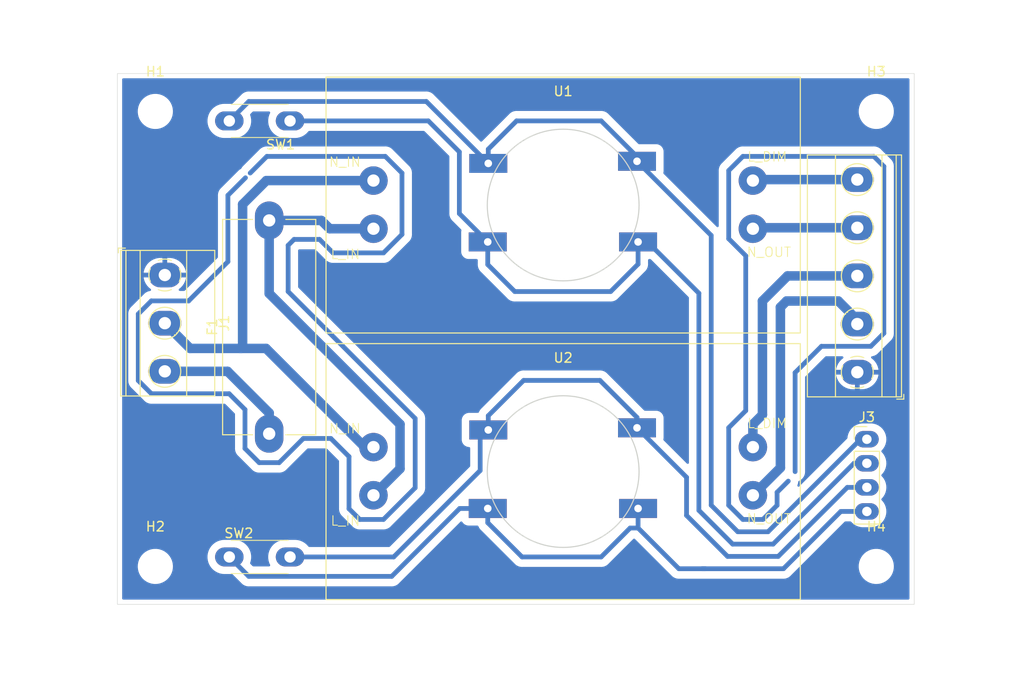
<source format=kicad_pcb>
(kicad_pcb (version 20221018) (generator pcbnew)
  (layers (0 "F.Cu" signal) (31 "B.Cu" signal) (34 "B.Paste" user) (35 "F.Paste" user) (36 "B.SilkS" user "B.Silkscreen") (37 "F.SilkS" user "F.Silkscreen") (38 "B.Mask" user) (39 "F.Mask" user) (44 "Edge.Cuts" user))
  (net 0 "")
  (net 1 "N")
  (net 2 "Earth")
  (net 3 "L")
  (net 4 "L_Prefuse")
  (net 5 "N_OUT2")
  (net 6 "L_OUT2")
  (net 7 "N_OUT1")
  (net 8 "Switch_A1")
  (net 9 "Switch_B1")
  (net 10 "Switch_A2")
  (net 11 "Switch_B2")
  (net 12 "L_OUT1")
  (footprint "dimmer:dimmer" (layer "F.Cu") (at 98.994 68.874)
    (fp_text reference "U1" (at 0 -12 unlocked) (layer "F.SilkS"))
    (fp_text value "~")
    (fp_text user "L_IN" (at -24.577585 5.782961 unlocked) (layer "F.SilkS") (effects (font (thickness 0.1)) (justify left bottom)))
    (fp_text user "N_IN" (at -24.744401 -3.947983 unlocked) (layer "F.SilkS") (effects (font (thickness 0.1)) (justify left bottom)))
    (fp_text user "L_DIM" (at 19.350678 -4.504037 unlocked) (layer "F.SilkS") (effects (font (thickness 0.1)) (justify left bottom)))
    (fp_text user "N_OUT" (at 19.295072 5.560539 unlocked) (layer "F.SilkS") (effects (font (thickness 0.1)) (justify left bottom)))
    (fp_rect (start -25 -13.5) (end 25 13.5) (stroke (width 0.12)) (fill none) (layer "F.SilkS"))
    (fp_circle (center 0 0) (end 0 -8) (stroke (width 0.12)) (fill none) (layer "Edge.Cuts"))
    (pad "1" thru_hole circle (at -20 2.5 90) (size 3 3) (drill 1.3) (layers "*.Cu" "*.Mask") (net 3 "L"))
    (pad "2" thru_hole circle (at -20 -2.58 90) (size 3 3) (drill 1.3) (layers "*.Cu" "*.Mask") (net 1 "N"))
    (pad "3" thru_hole circle (at 20 -2.58 90) (size 3 3) (drill 1.3) (layers "*.Cu" "*.Mask") (net 12 "L_OUT1"))
    (pad "4" thru_hole circle (at 20 2.5 90) (size 3 3) (drill 1.3) (layers "*.Cu" "*.Mask") (net 7 "N_OUT1"))
    (pad "5" thru_hole rect (at -7.895966 -4.392826) (size 4 2) (drill 0.8) (layers "*.Cu" "*.Mask") (net 8 "Switch_A1"))
    (pad "5" thru_hole rect (at 7.784755 -4.615247) (size 4 2) (drill 0.8) (layers "*.Cu" "*.Mask") (net 8 "Switch_A1"))
    (pad "6" thru_hole rect (at -7.951571 3.892377) (size 4 2) (drill 0.8) (layers "*.Cu" "*.Mask") (net 9 "Switch_B1"))
    (pad "6" thru_hole rect (at 7.895966 3.892377) (size 4 2) (drill 0.8) (layers "*.Cu" "*.Mask") (net 9 "Switch_B1"))
  )
  (footprint "pts636:pts636" (layer "F.Cu") (at 70.2 60 180)
    (fp_text reference "SW1" (at 1 -2.5) (layer "F.SilkS"))
    (fp_text value "SW_Push" hide)
    (fp_line (start 0.2 -1.75) (end 6.2 -1.75) (stroke (width 0.1)) (layer "F.SilkS"))
    (fp_line (start 0.2 1.75) (end 6.2 1.75) (stroke (width 0.1)) (layer "F.SilkS"))
    (pad "1" thru_hole oval (at 0 0 180) (size 3 2) (drill 1.2) (layers "*.Cu" "*.Mask") (net 9 "Switch_B1"))
    (pad "2" thru_hole oval (at 6.4 0 180) (size 3 2) (drill 1.2) (layers "*.Cu" "*.Mask") (net 8 "Switch_A1"))
  )
  (footprint "Fuse:Fuseholder_Cylinder-5x20mm_Schurter_0031_8201_Horizontal_Open" (layer "F.Cu") (at 68 93 90)
    (fp_text reference "F1" (at 11.25 -6 90) (layer "F.SilkS"))
    (fp_text value "Fuse")
    (fp_line (start -0.11 -4.91) (end 22.61 -4.91) (stroke (width 0.12)) (layer "F.SilkS"))
    (fp_line (start -0.11 -1.75) (end -0.11 -4.91) (stroke (width 0.12)) (layer "F.SilkS"))
    (fp_line (start -0.11 4.91) (end -0.11 1.75) (stroke (width 0.12)) (layer "F.SilkS"))
    (fp_line (start -0.11 4.91) (end 22.61 4.91) (stroke (width 0.12)) (layer "F.SilkS"))
    (fp_line (start 22.61 -1.75) (end 22.61 -4.91) (stroke (width 0.12)) (layer "F.SilkS"))
    (fp_line (start 22.61 4.91) (end 22.61 1.75) (stroke (width 0.12)) (layer "F.SilkS"))
    (pad "" np_thru_hole circle (at 11.25 0 90) (size 2.7 2.7) (drill 2.7) (layers "*.Cu" "*.Mask"))
    (pad "1" thru_hole oval (at 0 0 90) (size 4 3) (drill 1.3) (layers "*.Cu" "*.Mask") (net 4 "L_Prefuse"))
    (pad "2" thru_hole oval (at 22.5 0 90) (size 4 3) (drill 1.3) (layers "*.Cu" "*.Mask") (net 3 "L"))
  )
  (footprint "TerminalBlock_Phoenix:TerminalBlock_Phoenix_MKDS-1,5-5-5.08_1x05_P5.08mm_Horizontal" (layer "F.Cu") (at 130 86.51 90)
    (fp_text reference "J2" hide)
    (fp_text value "Screw_Terminal_01x05")
    (fp_line (start -2.84 4.16) (end -2.84 4.9) (stroke (width 0.12)) (layer "F.SilkS"))
    (fp_line (start -2.84 4.9) (end -2.34 4.9) (stroke (width 0.12)) (layer "F.SilkS"))
    (fp_line (start -2.6 -5.261) (end -2.6 4.66) (stroke (width 0.12)) (layer "F.SilkS"))
    (fp_line (start -2.6 -5.261) (end 22.92 -5.261) (stroke (width 0.12)) (layer "F.SilkS"))
    (fp_line (start -2.6 -2.301) (end 22.92 -2.301) (stroke (width 0.12)) (layer "F.SilkS"))
    (fp_line (start -2.6 2.6) (end 22.92 2.6) (stroke (width 0.12)) (layer "F.SilkS"))
    (fp_line (start -2.6 4.1) (end 22.92 4.1) (stroke (width 0.12)) (layer "F.SilkS"))
    (fp_line (start -2.6 4.66) (end 22.92 4.66) (stroke (width 0.12)) (layer "F.SilkS"))
    (fp_line (start 3.853 1.023) (end 3.806 1.069) (stroke (width 0.12)) (layer "F.SilkS"))
    (fp_line (start 4.046 1.239) (end 4.011 1.274) (stroke (width 0.12)) (layer "F.SilkS"))
    (fp_line (start 6.15 -1.275) (end 6.115 -1.239) (stroke (width 0.12)) (layer "F.SilkS"))
    (fp_line (start 6.355 -1.069) (end 6.308 -1.023) (stroke (width 0.12)) (layer "F.SilkS"))
    (fp_line (start 8.933 1.023) (end 8.886 1.069) (stroke (width 0.12)) (layer "F.SilkS"))
    (fp_line (start 9.126 1.239) (end 9.091 1.274) (stroke (width 0.12)) (layer "F.SilkS"))
    (fp_line (start 11.23 -1.275) (end 11.195 -1.239) (stroke (width 0.12)) (layer "F.SilkS"))
    (fp_line (start 11.435 -1.069) (end 11.388 -1.023) (stroke (width 0.12)) (layer "F.SilkS"))
    (fp_line (start 14.013 1.023) (end 13.966 1.069) (stroke (width 0.12)) (layer "F.SilkS"))
    (fp_line (start 14.206 1.239) (end 14.171 1.274) (stroke (width 0.12)) (layer "F.SilkS"))
    (fp_line (start 16.31 -1.275) (end 16.275 -1.239) (stroke (width 0.12)) (layer "F.SilkS"))
    (fp_line (start 16.515 -1.069) (end 16.468 -1.023) (stroke (width 0.12)) (layer "F.SilkS"))
    (fp_line (start 19.093 1.023) (end 19.046 1.069) (stroke (width 0.12)) (layer "F.SilkS"))
    (fp_line (start 19.286 1.239) (end 19.251 1.274) (stroke (width 0.12)) (layer "F.SilkS"))
    (fp_line (start 21.39 -1.275) (end 21.355 -1.239) (stroke (width 0.12)) (layer "F.SilkS"))
    (fp_line (start 21.595 -1.069) (end 21.548 -1.023) (stroke (width 0.12)) (layer "F.SilkS"))
    (fp_line (start 22.92 -5.261) (end 22.92 4.66) (stroke (width 0.12)) (layer "F.SilkS"))
    (fp_arc (start -1.535427 0.683042) (mid -1.680501 -0.000524) (end -1.535 -0.684) (stroke (width 0.12)) (layer "F.SilkS"))
    (fp_arc (start -0.683042 -1.535427) (mid 0.000524 -1.680501) (end 0.684 -1.535) (stroke (width 0.12)) (layer "F.SilkS"))
    (fp_arc (start 0.028805 1.680253) (mid -0.335551 1.646659) (end -0.684 1.535) (stroke (width 0.12)) (layer "F.SilkS"))
    (fp_arc (start 0.683318 1.534756) (mid 0.349292 1.643288) (end 0 1.68) (stroke (width 0.12)) (layer "F.SilkS"))
    (fp_arc (start 1.535427 -0.683042) (mid 1.680501 0.000524) (end 1.535 0.684) (stroke (width 0.12)) (layer "F.SilkS"))
    (fp_circle (center 5.08 0) (end 6.76 0) (stroke (width 0.12)) (fill none) (layer "F.SilkS"))
    (fp_circle (center 10.16 0) (end 11.84 0) (stroke (width 0.12)) (fill none) (layer "F.SilkS"))
    (fp_circle (center 15.24 0) (end 16.92 0) (stroke (width 0.12)) (fill none) (layer "F.SilkS"))
    (fp_circle (center 20.32 0) (end 22 0) (stroke (width 0.12)) (fill none) (layer "F.SilkS"))
    (pad "1" thru_hole oval (at 0 0 90) (size 2.6 3.5) (drill 1.3) (layers "*.Cu" "*.Mask") (net 2 "Earth"))
    (pad "2" thru_hole oval (at 5.08 0 90) (size 2.6 3.5) (drill 1.3) (layers "*.Cu" "*.Mask") (net 5 "N_OUT2"))
    (pad "3" thru_hole oval (at 10.16 0 90) (size 2.6 3.5) (drill 1.3) (layers "*.Cu" "*.Mask") (net 6 "L_OUT2"))
    (pad "4" thru_hole oval (at 15.24 0 90) (size 2.6 3.5) (drill 1.3) (layers "*.Cu" "*.Mask") (net 7 "N_OUT1"))
    (pad "5" thru_hole oval (at 20.32 0 90) (size 2.6 3.5) (drill 1.3) (layers "*.Cu" "*.Mask") (net 12 "L_OUT1"))
  )
  (footprint "dimmer:dimmer" (layer "F.Cu") (at 98.994 96.994)
    (fp_text reference "U2" (at 0 -12 unlocked) (layer "F.SilkS"))
    (fp_text value "~")
    (fp_text user "N_OUT" (at 19.295072 5.560539 unlocked) (layer "F.SilkS") (effects (font (thickness 0.1)) (justify left bottom)))
    (fp_text user "L_DIM" (at 19.350678 -4.504037 unlocked) (layer "F.SilkS") (effects (font (thickness 0.1)) (justify left bottom)))
    (fp_text user "N_IN" (at -24.744401 -3.947983 unlocked) (layer "F.SilkS") (effects (font (thickness 0.1)) (justify left bottom)))
    (fp_text user "L_IN" (at -24.577585 5.782961 unlocked) (layer "F.SilkS") (effects (font (thickness 0.1)) (justify left bottom)))
    (fp_rect (start -25 -13.5) (end 25 13.5) (stroke (width 0.12)) (fill none) (layer "F.SilkS"))
    (fp_circle (center 0 0) (end 0 -8) (stroke (width 0.12)) (fill none) (layer "Edge.Cuts"))
    (pad "1" thru_hole circle (at -20 2.5 90) (size 3 3) (drill 1.3) (layers "*.Cu" "*.Mask") (net 3 "L"))
    (pad "2" thru_hole circle (at -20 -2.58 90) (size 3 3) (drill 1.3) (layers "*.Cu" "*.Mask") (net 1 "N"))
    (pad "3" thru_hole circle (at 20 -2.58 90) (size 3 3) (drill 1.3) (layers "*.Cu" "*.Mask") (net 6 "L_OUT2"))
    (pad "4" thru_hole circle (at 20 2.5 90) (size 3 3) (drill 1.3) (layers "*.Cu" "*.Mask") (net 5 "N_OUT2"))
    (pad "5" thru_hole rect (at -7.895966 -4.392826) (size 4 2) (drill 0.8) (layers "*.Cu" "*.Mask") (net 10 "Switch_A2"))
    (pad "5" thru_hole rect (at 7.784755 -4.615247) (size 4 2) (drill 0.8) (layers "*.Cu" "*.Mask") (net 10 "Switch_A2"))
    (pad "6" thru_hole rect (at -7.951571 3.892377) (size 4 2) (drill 0.8) (layers "*.Cu" "*.Mask") (net 11 "Switch_B2"))
    (pad "6" thru_hole rect (at 7.895966 3.892377) (size 4 2) (drill 0.8) (layers "*.Cu" "*.Mask") (net 11 "Switch_B2"))
  )
  (footprint "MountingHole:MountingHole_3.2mm_M3" (layer "F.Cu") (at 132 107)
    (fp_text reference "H4" (at 0 -4.2) (layer "F.SilkS"))
    (fp_text value "MountingHole")
    (pad "" np_thru_hole circle (at 0 0) (size 3.2 3.2) (drill 3.2) (layers "*.Cu" "*.Mask"))
  )
  (footprint "MountingHole:MountingHole_3.2mm_M3" (layer "F.Cu") (at 132 59)
    (fp_text reference "H3" (at 0 -4.2) (layer "F.SilkS"))
    (fp_text value "MountingHole")
    (pad "" np_thru_hole circle (at 0 0) (size 3.2 3.2) (drill 3.2) (layers "*.Cu" "*.Mask"))
  )
  (footprint "Connector_PinHeader_2.54mm:PinHeader_1x04_P2.54mm_Vertical" (layer "F.Cu") (at 131.008824 93.579929)
    (fp_text reference "J3" (at 0 -2.33) (layer "F.SilkS"))
    (fp_text value "Conn_01x04")
    (fp_line (start -1.33 -1.33) (end 0 -1.33) (stroke (width 0.12)) (layer "F.SilkS"))
    (fp_line (start -1.33 0) (end -1.33 -1.33) (stroke (width 0.12)) (layer "F.SilkS"))
    (fp_line (start -1.33 1.27) (end -1.33 8.95) (stroke (width 0.12)) (layer "F.SilkS"))
    (fp_line (start -1.33 1.27) (end 1.33 1.27) (stroke (width 0.12)) (layer "F.SilkS"))
    (fp_line (start -1.33 8.95) (end 1.33 8.95) (stroke (width 0.12)) (layer "F.SilkS"))
    (fp_line (start 1.33 1.27) (end 1.33 8.95) (stroke (width 0.12)) (layer "F.SilkS"))
    (pad "1" thru_hole oval (at 0 0) (size 2.5 1.73) (drill 1) (layers "*.Cu" "*.Mask") (net 8 "Switch_A1"))
    (pad "2" thru_hole oval (at 0 2.54) (size 2.5 1.73) (drill 1) (layers "*.Cu" "*.Mask") (net 9 "Switch_B1"))
    (pad "3" thru_hole oval (at 0 5.08) (size 2.5 1.73) (drill 1) (layers "*.Cu" "*.Mask") (net 10 "Switch_A2"))
    (pad "4" thru_hole oval (at 0 7.62) (size 2.5 1.73) (drill 1) (layers "*.Cu" "*.Mask") (net 11 "Switch_B2"))
  )
  (footprint "MountingHole:MountingHole_3.2mm_M3" (layer "F.Cu") (at 56 59)
    (fp_text reference "H1" (at 0 -4.2) (layer "F.SilkS"))
    (fp_text value "MountingHole")
    (pad "" np_thru_hole circle (at 0 0) (size 3.2 3.2) (drill 3.2) (layers "*.Cu" "*.Mask"))
  )
  (footprint "TerminalBlock_Phoenix:TerminalBlock_Phoenix_MKDS-1,5-3-5.08_1x03_P5.08mm_Horizontal" (layer "F.Cu") (at 57 76.258348 -90)
    (fp_text reference "J1" (at 5.08 -6.26 90) (layer "F.SilkS"))
    (fp_text value "Netzspannung")
    (fp_line (start -2.84 4.16) (end -2.84 4.9) (stroke (width 0.12)) (layer "F.SilkS"))
    (fp_line (start -2.84 4.9) (end -2.34 4.9) (stroke (width 0.12)) (layer "F.SilkS"))
    (fp_line (start -2.6 -5.261) (end -2.6 4.66) (stroke (width 0.12)) (layer "F.SilkS"))
    (fp_line (start -2.6 -5.261) (end 12.76 -5.261) (stroke (width 0.12)) (layer "F.SilkS"))
    (fp_line (start -2.6 -2.301) (end 12.76 -2.301) (stroke (width 0.12)) (layer "F.SilkS"))
    (fp_line (start -2.6 2.6) (end 12.76 2.6) (stroke (width 0.12)) (layer "F.SilkS"))
    (fp_line (start -2.6 4.1) (end 12.76 4.1) (stroke (width 0.12)) (layer "F.SilkS"))
    (fp_line (start -2.6 4.66) (end 12.76 4.66) (stroke (width 0.12)) (layer "F.SilkS"))
    (fp_line (start 3.853 1.023) (end 3.806 1.069) (stroke (width 0.12)) (layer "F.SilkS"))
    (fp_line (start 4.046 1.239) (end 4.011 1.274) (stroke (width 0.12)) (layer "F.SilkS"))
    (fp_line (start 6.15 -1.275) (end 6.115 -1.239) (stroke (width 0.12)) (layer "F.SilkS"))
    (fp_line (start 6.355 -1.069) (end 6.308 -1.023) (stroke (width 0.12)) (layer "F.SilkS"))
    (fp_line (start 8.933 1.023) (end 8.886 1.069) (stroke (width 0.12)) (layer "F.SilkS"))
    (fp_line (start 9.126 1.239) (end 9.091 1.274) (stroke (width 0.12)) (layer "F.SilkS"))
    (fp_line (start 11.23 -1.275) (end 11.195 -1.239) (stroke (width 0.12)) (layer "F.SilkS"))
    (fp_line (start 11.435 -1.069) (end 11.388 -1.023) (stroke (width 0.12)) (layer "F.SilkS"))
    (fp_line (start 12.76 -5.261) (end 12.76 4.66) (stroke (width 0.12)) (layer "F.SilkS"))
    (fp_arc (start -1.535427 0.683042) (mid -1.680501 -0.000524) (end -1.535 -0.684) (stroke (width 0.12)) (layer "F.SilkS"))
    (fp_arc (start -0.683042 -1.535427) (mid 0.000524 -1.680501) (end 0.684 -1.535) (stroke (width 0.12)) (layer "F.SilkS"))
    (fp_arc (start 0.028805 1.680253) (mid -0.335551 1.646659) (end -0.684 1.535) (stroke (width 0.12)) (layer "F.SilkS"))
    (fp_arc (start 0.683318 1.534756) (mid 0.349292 1.643288) (end 0 1.68) (stroke (width 0.12)) (layer "F.SilkS"))
    (fp_arc (start 1.535427 -0.683042) (mid 1.680501 0.000524) (end 1.535 0.684) (stroke (width 0.12)) (layer "F.SilkS"))
    (fp_circle (center 5.08 0) (end 6.76 0) (stroke (width 0.12)) (fill none) (layer "F.SilkS"))
    (fp_circle (center 10.16 0) (end 11.84 0) (stroke (width 0.12)) (fill none) (layer "F.SilkS"))
    (pad "1" thru_hole oval (at 0 0 270) (size 2.6 3.5) (drill 1.3) (layers "*.Cu" "*.Mask") (net 2 "Earth"))
    (pad "2" thru_hole oval (at 5.08 0 270) (size 2.6 3.5) (drill 1.3) (layers "*.Cu" "*.Mask") (net 1 "N"))
    (pad "3" thru_hole oval (at 10.16 0 270) (size 2.6 3.5) (drill 1.3) (layers "*.Cu" "*.Mask") (net 4 "L_Prefuse"))
  )
  (footprint "pts636:pts636" (layer "F.Cu") (at 63.8 106)
    (fp_text reference "SW2" (at 1 -2.5) (layer "F.SilkS"))
    (fp_text value "SW_Push" hide)
    (fp_line (start 0.2 -1.75) (end 6.2 -1.75) (stroke (width 0.1)) (layer "F.SilkS"))
    (fp_line (start 0.2 1.75) (end 6.2 1.75) (stroke (width 0.1)) (layer "F.SilkS"))
    (pad "1" thru_hole oval (at 0 0) (size 3 2) (drill 1.2) (layers "*.Cu" "*.Mask") (net 11 "Switch_B2"))
    (pad "2" thru_hole oval (at 6.4 0) (size 3 2) (drill 1.2) (layers "*.Cu" "*.Mask") (net 10 "Switch_A2"))
  )
  (footprint "MountingHole:MountingHole_3.2mm_M3" (layer "F.Cu") (at 56 107)
    (fp_text reference "H2" (at 0 -4.2) (layer "F.SilkS"))
    (fp_text value "MountingHole")
    (pad "" np_thru_hole circle (at 0 0) (size 3.2 3.2) (drill 3.2) (layers "*.Cu" "*.Mask"))
  )
  (gr_rect (start 52 55) (end 136 111) (stroke (width 0.05)) (fill none) (layer "Edge.Cuts"))
  (segment (start 131.423402 83.78) (end 126.22 83.78) (width 0.5) (layer "B.Cu") (net 0))
  (segment (start 117.937755 63.744) (end 131.744 63.744) (width 0.5) (layer "B.Cu") (net 0))
  (segment (start 123.444 86.556) (end 123.444 97) (width 0.5) (layer "B.Cu") (net 0))
  (segment (start 131.744 63.744) (end 132.8 64.8) (width 0.5) (layer "B.Cu") (net 0))
  (segment (start 59.488348 78.988348) (end 59.5 79) (width 0.5) (layer "B.Cu") (net 0))
  (segment (start 77.544 102.044) (end 76.416544 100.916544) (width 0.5) (layer "B.Cu") (net 0))
  (segment (start 120.050245 102.044) (end 117.937755 102.044) (width 0.5) (layer "B.Cu") (net 0))
  (segment (start 82 65.5) (end 82 71.974245) (width 0.5) (layer "B.Cu") (net 0))
  (segment (start 74.5 93.5) (end 71.606245 93.5) (width 0.5) (layer "B.Cu") (net 0))
  (segment (start 80.244 63.744) (end 82 65.5) (width 0.5) (layer "B.Cu") (net 0))
  (segment (start 59.5 79) (end 63.65 74.85) (width 0.5) (layer "B.Cu") (net 0))
  (segment (start 121.544 99.178) (end 121.544 100.550245) (width 0.5) (layer "B.Cu") (net 0))
  (segment (start 122.722 98) (end 121.544 99.178) (width 0.5) (layer "B.Cu") (net 0))
  (segment (start 66 65.5) (end 67.756 63.744) (width 0.5) (layer "B.Cu") (net 0))
  (segment (start 66.943755 96.05) (end 65.45 94.556245) (width 0.5) (layer "B.Cu") (net 0))
  (segment (start 70.622875 72.5) (end 70 73.122875) (width 0.5) (layer "B.Cu") (net 0))
  (segment (start 55.576598 78.988348) (end 59.488348 78.988348) (width 0.5) (layer "B.Cu") (net 0))
  (segment (start 63.783446 88.783446) (end 55.591696 88.783446) (width 0.5) (layer "B.Cu") (net 0))
  (segment (start 116.444 65.237755) (end 117.937755 63.744) (width 0.5) (layer "B.Cu") (net 0))
  (segment (start 63.65 67.85) (end 65.5 66) (width 0.5) (layer "B.Cu") (net 0))
  (segment (start 65.45 94.556245) (end 65.45 90.45) (width 0.5) (layer "B.Cu") (net 0))
  (segment (start 116.444 72.430245) (end 116.444 65.237755) (width 0.5) (layer "B.Cu") (net 0))
  (segment (start 118.240007 90.567961) (end 118.240007 74.226252) (width 0.5) (layer "B.Cu") (net 0))
  (segment (start 126.22 83.78) (end 123.444 86.556) (width 0.5) (layer "B.Cu") (net 0))
  (segment (start 70 73.122875) (end 70 78) (width 0.5) (layer "B.Cu") (net 0))
  (segment (start 116.444 100.550245) (end 116.444 92.363968) (width 0.5) (layer "B.Cu") (net 0))
  (segment (start 73.307969 72.5) (end 70.622875 72.5) (width 0.5) (layer "B.Cu") (net 0))
  (segment (start 117.937755 102.044) (end 116.444 100.550245) (width 0.5) (layer "B.Cu") (net 0))
  (segment (start 76.416544 100.916544) (end 76.416544 95.416544) (width 0.5) (layer "B.Cu") (net 0))
  (segment (start 116.444 92.363968) (end 118.240007 90.567961) (width 0.5) (layer "B.Cu") (net 0))
  (segment (start 55.591696 88.783446) (end 54.2 87.39175) (width 0.5) (layer "B.Cu") (net 0))
  (segment (start 67.756 63.744) (end 80.244 63.744) (width 0.5) (layer "B.Cu") (net 0))
  (segment (start 83.391875 98.70237) (end 80.050245 102.044) (width 0.5) (layer "B.Cu") (net 0))
  (segment (start 76.416544 95.416544) (end 74.5 93.5) (width 0.5) (layer "B.Cu") (net 0))
  (segment (start 63.65 74.85) (end 63.65 67.85) (width 0.5) (layer "B.Cu") (net 0))
  (segment (start 118.240007 74.226252) (end 116.444 72.430245) (width 0.5) (layer "B.Cu") (net 0))
  (segment (start 121.544 100.550245) (end 120.050245 102.044) (width 0.5) (layer "B.Cu") (net 0))
  (segment (start 82 71.974245) (end 80.050245 73.924) (width 0.5) (layer "B.Cu") (net 0))
  (segment (start 69.056245 96.05) (end 66.943755 96.05) (width 0.5) (layer "B.Cu") (net 0))
  (segment (start 132.8 64.8) (end 132.8 82.403402) (width 0.5) (layer "B.Cu") (net 0))
  (segment (start 70 78) (end 83.391875 91.391875) (width 0.5) (layer "B.Cu") (net 0))
  (segment (start 65.45 90.45) (end 63.783446 88.783446) (width 0.5) (layer "B.Cu") (net 0))
  (segment (start 54.2 80.364946) (end 55.576598 78.988348) (width 0.5) (layer "B.Cu") (net 0))
  (segment (start 74.731969 73.924) (end 73.307969 72.5) (width 0.5) (layer "B.Cu") (net 0))
  (segment (start 83.391875 91.391875) (end 83.391875 98.70237) (width 0.5) (layer "B.Cu") (net 0))
  (segment (start 80.050245 102.044) (end 77.544 102.044) (width 0.5) (layer "B.Cu") (net 0))
  (segment (start 54.2 87.39175) (end 54.2 80.364946) (width 0.5) (layer "B.Cu") (net 0))
  (segment (start 80.050245 73.924) (end 74.731969 73.924) (width 0.5) (layer "B.Cu") (net 0))
  (segment (start 132.8 82.403402) (end 131.423402 83.78) (width 0.5) (layer "B.Cu") (net 0))
  (segment (start 71.606245 93.5) (end 69.056245 96.05) (width 0.5) (layer "B.Cu") (net 0))
  (segment (start 67.706 66.294) (end 65.2 68.8) (width 1) (layer "B.Cu") (net 1))
  (segment (start 59.661652 84) (end 65 84) (width 1) (layer "B.Cu") (net 1))
  (segment (start 65 84) (end 67.665603 84) (width 1) (layer "B.Cu") (net 1))
  (segment (start 65.2 83.8) (end 65 84) (width 1) (layer "B.Cu") (net 1))
  (segment (start 78.994 66.294) (end 67.706 66.294) (width 1) (layer "B.Cu") (net 1))
  (segment (start 57 81.338348) (end 59.661652 84) (width 1) (layer "B.Cu") (net 1))
  (segment (start 65.2 68.8) (end 65.2 83.8) (width 1) (layer "B.Cu") (net 1))
  (segment (start 78.079603 94.414) (end 78.994 94.414) (width 1) (layer "B.Cu") (net 1))
  (segment (start 67.665603 84) (end 78.079603 94.414) (width 1) (layer "B.Cu") (net 1))
  (segment (start 78.994 71.374) (end 74.374 71.374) (width 1) (layer "B.Cu") (net 3))
  (segment (start 74.374 71.374) (end 73.5 70.5) (width 1) (layer "B.Cu") (net 3))
  (segment (start 73.5 70.5) (end 68 70.5) (width 1) (layer "B.Cu") (net 3))
  (segment (start 81.794 92.001217) (end 81.794 96.694) (width 1) (layer "B.Cu") (net 3))
  (segment (start 68 78.207217) (end 81.794 92.001217) (width 1) (layer "B.Cu") (net 3))
  (segment (start 81.794 96.694) (end 78.994 99.494) (width 1) (layer "B.Cu") (net 3))
  (segment (start 68 70.5) (end 68 78.207217) (width 1) (layer "B.Cu") (net 3))
  (segment (start 68 90.807969) (end 68 93) (width 1) (layer "B.Cu") (net 4))
  (segment (start 57 86.418348) (end 63.610379 86.418348) (width 1) (layer "B.Cu") (net 4))
  (segment (start 63.610379 86.418348) (end 68 90.807969) (width 1) (layer "B.Cu") (net 4))
  (segment (start 118.994 99.494) (end 121.894 96.594) (width 1) (layer "B.Cu") (net 5))
  (segment (start 128 79) (end 130 81) (width 1) (layer "B.Cu") (net 5))
  (segment (start 130 81) (end 130 81.43) (width 1) (layer "B.Cu") (net 5))
  (segment (start 122.545584 79) (end 128 79) (width 1) (layer "B.Cu") (net 5))
  (segment (start 121.894 96.594) (end 121.894 79.651584) (width 1) (layer "B.Cu") (net 5))
  (segment (start 121.894 79.651584) (end 122.545584 79) (width 1) (layer "B.Cu") (net 5))
  (segment (start 130 76.35) (end 122.65 76.35) (width 1) (layer "B.Cu") (net 6))
  (segment (start 118.994 92.006) (end 118.994 94.414) (width 1) (layer "B.Cu") (net 6))
  (segment (start 120 91) (end 118.994 92.006) (width 1) (layer "B.Cu") (net 6))
  (segment (start 122.65 76.35) (end 120 79) (width 1) (layer "B.Cu") (net 6))
  (segment (start 120 79) (end 120 91) (width 1) (layer "B.Cu") (net 6))
  (segment (start 118.994 71.374) (end 119.098 71.27) (width 1) (layer "B.Cu") (net 7))
  (segment (start 119.098 71.27) (end 130 71.27) (width 1) (layer "B.Cu") (net 7))
  (segment (start 65.85 57.95) (end 84.56686 57.95) (width 0.5) (layer "B.Cu") (net 8))
  (segment (start 91.098034 64.481174) (end 91.098034 62.981174) (width 0.5) (layer "B.Cu") (net 8))
  (segment (start 114.6 100.544723) (end 114.6 72.079998) (width 0.5) (layer "B.Cu") (net 8))
  (segment (start 94.079208 60) (end 103 60) (width 0.5) (layer "B.Cu") (net 8))
  (segment (start 117.399277 103.344) (end 114.6 100.544723) (width 0.5) (layer "B.Cu") (net 8))
  (segment (start 103 60) (end 106.778755 63.778755) (width 0.5) (layer "B.Cu") (net 8))
  (segment (start 114.6 72.079998) (end 106.778755 64.258753) (width 0.5) (layer "B.Cu") (net 8))
  (segment (start 84.56686 57.95) (end 91.098034 64.481174) (width 0.5) (layer "B.Cu") (net 8))
  (segment (start 120.588723 103.344) (end 117.399277 103.344) (width 0.5) (layer "B.Cu") (net 8))
  (segment (start 63.8 60) (end 65.85 57.95) (width 0.5) (layer "B.Cu") (net 8))
  (segment (start 131.008824 93.579929) (end 130.352794 93.579929) (width 0.5) (layer "B.Cu") (net 8))
  (segment (start 91.098034 62.981174) (end 94.079208 60) (width 0.5) (layer "B.Cu") (net 8))
  (segment (start 130.352794 93.579929) (end 120.588723 103.344) (width 0.5) (layer "B.Cu") (net 8))
  (segment (start 106.778755 63.778755) (end 106.778755 64.258753) (width 0.5) (layer "B.Cu") (net 8))
  (segment (start 113.3 101.083201) (end 116.860799 104.644) (width 0.5) (layer "B.Cu") (net 9))
  (segment (start 121.127201 104.644) (end 129.651272 96.119929) (width 0.5) (layer "B.Cu") (net 9))
  (segment (start 129.651272 96.119929) (end 131.008824 96.119929) (width 0.5) (layer "B.Cu") (net 9))
  (segment (start 70.2 60) (end 84.778382 60) (width 0.5) (layer "B.Cu") (net 9))
  (segment (start 91.042429 75.154403) (end 93.888026 78) (width 0.5) (layer "B.Cu") (net 9))
  (segment (start 88.048034 63.269652) (end 88.048034 69.771982) (width 0.5) (layer "B.Cu") (net 9))
  (segment (start 116.860799 104.644) (end 121.127201 104.644) (width 0.5) (layer "B.Cu") (net 9))
  (segment (start 106.889966 72.766377) (end 107.889966 72.766377) (width 0.5) (layer "B.Cu") (net 9))
  (segment (start 91.042429 72.766377) (end 91.042429 75.154403) (width 0.5) (layer "B.Cu") (net 9))
  (segment (start 104 78) (end 106.889966 75.110034) (width 0.5) (layer "B.Cu") (net 9))
  (segment (start 107.889966 72.766377) (end 113.3 78.176411) (width 0.5) (layer "B.Cu") (net 9))
  (segment (start 84.778382 60) (end 88.048034 63.269652) (width 0.5) (layer "B.Cu") (net 9))
  (segment (start 88.048034 69.771982) (end 91.042429 72.766377) (width 0.5) (layer "B.Cu") (net 9))
  (segment (start 93.888026 78) (end 104 78) (width 0.5) (layer "B.Cu") (net 9))
  (segment (start 113.3 78.176411) (end 113.3 101.083201) (width 0.5) (layer "B.Cu") (net 9))
  (segment (start 106.889966 75.110034) (end 106.889966 72.766377) (width 0.5) (layer "B.Cu") (net 9))
  (segment (start 90.244335 93.454873) (end 91.098034 92.601174) (width 0.5) (layer "B.Cu") (net 10))
  (segment (start 112 97.599998) (end 106.778755 92.378753) (width 0.5) (layer "B.Cu") (net 10))
  (segment (start 102.87 87.376) (end 106.778755 91.284755) (width 0.5) (layer "B.Cu") (net 10))
  (segment (start 81.127162 106) (end 90.244335 96.882827) (width 0.5) (layer "B.Cu") (net 10))
  (segment (start 91.098034 92.601174) (end 91.098034 91.101174) (width 0.5) (layer "B.Cu") (net 10))
  (segment (start 112 101.621679) (end 112 97.599998) (width 0.5) (layer "B.Cu") (net 10))
  (segment (start 128.94975 98.659929) (end 121.665679 105.944) (width 0.5) (layer "B.Cu") (net 10))
  (segment (start 131.008824 98.659929) (end 128.94975 98.659929) (width 0.5) (layer "B.Cu") (net 10))
  (segment (start 94.823208 87.376) (end 102.87 87.376) (width 0.5) (layer "B.Cu") (net 10))
  (segment (start 106.778755 91.284755) (end 106.778755 92.378753) (width 0.5) (layer "B.Cu") (net 10))
  (segment (start 90.244335 96.882827) (end 90.244335 93.454873) (width 0.5) (layer "B.Cu") (net 10))
  (segment (start 116.322321 105.944) (end 112 101.621679) (width 0.5) (layer "B.Cu") (net 10))
  (segment (start 121.665679 105.944) (end 116.322321 105.944) (width 0.5) (layer "B.Cu") (net 10))
  (segment (start 91.098034 91.101174) (end 94.823208 87.376) (width 0.5) (layer "B.Cu") (net 10))
  (segment (start 70.2 106) (end 81.127162 106) (width 0.5) (layer "B.Cu") (net 10))
  (segment (start 80.91667 108.05) (end 88.080293 100.886377) (width 0.5) (layer "B.Cu") (net 11))
  (segment (start 128.258768 101.199929) (end 122.214697 107.244) (width 0.5) (layer "B.Cu") (net 11))
  (segment (start 65.85 108.05) (end 80.91667 108.05) (width 0.5) (layer "B.Cu") (net 11))
  (segment (start 103 106) (end 106.053078 102.946922) (width 0.5) (layer "B.Cu") (net 11))
  (segment (start 131.008824 101.199929) (end 128.258768 101.199929) (width 0.5) (layer "B.Cu") (net 11))
  (segment (start 91.042429 100.886377) (end 91.042429 102.386377) (width 0.5) (layer "B.Cu") (net 11))
  (segment (start 88.080293 100.886377) (end 91.042429 100.886377) (width 0.5) (layer "B.Cu") (net 11))
  (segment (start 122.214697 107.244) (end 113.621249 107.244) (width 0.5) (layer "B.Cu") (net 11))
  (segment (start 91.042429 102.386377) (end 94.656052 106) (width 0.5) (layer "B.Cu") (net 11))
  (segment (start 106.889966 100.886377) (end 106.889966 102.946922) (width 0.5) (layer "B.Cu") (net 11))
  (segment (start 106.889966 102.946922) (end 111.187044 107.244) (width 0.5) (layer "B.Cu") (net 11))
  (segment (start 63.8 106) (end 65.85 108.05) (width 0.5) (layer "B.Cu") (net 11))
  (segment (start 111.187044 107.244) (end 114 107.244) (width 0.5) (layer "B.Cu") (net 11))
  (segment (start 106.053078 102.946922) (end 106.889966 102.946922) (width 0.5) (layer "B.Cu") (net 11))
  (segment (start 94.656052 106) (end 103 106) (width 0.5) (layer "B.Cu") (net 11))
  (segment (start 119.098 66.19) (end 130 66.19) (width 1) (layer "B.Cu") (net 12))
  (segment (start 118.994 66.294) (end 119.098 66.19) (width 1) (layer "B.Cu") (net 12))
  (zone (net 2) (net_name "Earth") (layer "B.Cu") (connect_pads (clearance 0.5)) (min_thickness 0.25) (fill yes (thermal_gap 0.5) (thermal_bridge_width 0.5))
    (polygon (pts (xy 39.624 47.244) (xy 147.574 47.244) (xy 147.574 119.38) (xy 146.304 120.65) (xy 39.624 120.65)))
  )
)
</source>
